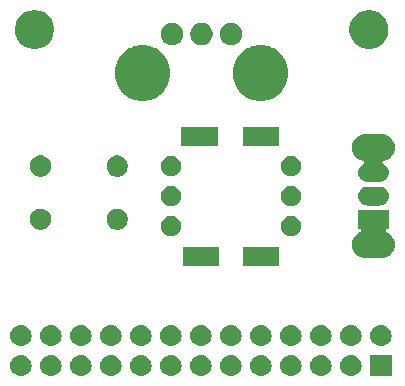
<source format=gbr>
G04 #@! TF.GenerationSoftware,KiCad,Pcbnew,(5.1.4)-1*
G04 #@! TF.CreationDate,2019-12-12T19:52:35+09:00*
G04 #@! TF.ProjectId,microcar_head,6d696372-6f63-4617-925f-686561642e6b,rev?*
G04 #@! TF.SameCoordinates,Original*
G04 #@! TF.FileFunction,Soldermask,Top*
G04 #@! TF.FilePolarity,Negative*
%FSLAX46Y46*%
G04 Gerber Fmt 4.6, Leading zero omitted, Abs format (unit mm)*
G04 Created by KiCad (PCBNEW (5.1.4)-1) date 2019-12-12 19:52:35*
%MOMM*%
%LPD*%
G04 APERTURE LIST*
%ADD10C,0.100000*%
G04 APERTURE END LIST*
D10*
G36*
X52336000Y-53352000D02*
G01*
X50534000Y-53352000D01*
X50534000Y-51550000D01*
X52336000Y-51550000D01*
X52336000Y-53352000D01*
X52336000Y-53352000D01*
G37*
G36*
X49005443Y-51556519D02*
G01*
X49071627Y-51563037D01*
X49241466Y-51614557D01*
X49397991Y-51698222D01*
X49433729Y-51727552D01*
X49535186Y-51810814D01*
X49618448Y-51912271D01*
X49647778Y-51948009D01*
X49731443Y-52104534D01*
X49782963Y-52274373D01*
X49800359Y-52451000D01*
X49782963Y-52627627D01*
X49731443Y-52797466D01*
X49647778Y-52953991D01*
X49618448Y-52989729D01*
X49535186Y-53091186D01*
X49433729Y-53174448D01*
X49397991Y-53203778D01*
X49241466Y-53287443D01*
X49071627Y-53338963D01*
X49005443Y-53345481D01*
X48939260Y-53352000D01*
X48850740Y-53352000D01*
X48784557Y-53345481D01*
X48718373Y-53338963D01*
X48548534Y-53287443D01*
X48392009Y-53203778D01*
X48356271Y-53174448D01*
X48254814Y-53091186D01*
X48171552Y-52989729D01*
X48142222Y-52953991D01*
X48058557Y-52797466D01*
X48007037Y-52627627D01*
X47989641Y-52451000D01*
X48007037Y-52274373D01*
X48058557Y-52104534D01*
X48142222Y-51948009D01*
X48171552Y-51912271D01*
X48254814Y-51810814D01*
X48356271Y-51727552D01*
X48392009Y-51698222D01*
X48548534Y-51614557D01*
X48718373Y-51563037D01*
X48784558Y-51556518D01*
X48850740Y-51550000D01*
X48939260Y-51550000D01*
X49005443Y-51556519D01*
X49005443Y-51556519D01*
G37*
G36*
X21065443Y-51556519D02*
G01*
X21131627Y-51563037D01*
X21301466Y-51614557D01*
X21457991Y-51698222D01*
X21493729Y-51727552D01*
X21595186Y-51810814D01*
X21678448Y-51912271D01*
X21707778Y-51948009D01*
X21791443Y-52104534D01*
X21842963Y-52274373D01*
X21860359Y-52451000D01*
X21842963Y-52627627D01*
X21791443Y-52797466D01*
X21707778Y-52953991D01*
X21678448Y-52989729D01*
X21595186Y-53091186D01*
X21493729Y-53174448D01*
X21457991Y-53203778D01*
X21301466Y-53287443D01*
X21131627Y-53338963D01*
X21065443Y-53345481D01*
X20999260Y-53352000D01*
X20910740Y-53352000D01*
X20844557Y-53345481D01*
X20778373Y-53338963D01*
X20608534Y-53287443D01*
X20452009Y-53203778D01*
X20416271Y-53174448D01*
X20314814Y-53091186D01*
X20231552Y-52989729D01*
X20202222Y-52953991D01*
X20118557Y-52797466D01*
X20067037Y-52627627D01*
X20049641Y-52451000D01*
X20067037Y-52274373D01*
X20118557Y-52104534D01*
X20202222Y-51948009D01*
X20231552Y-51912271D01*
X20314814Y-51810814D01*
X20416271Y-51727552D01*
X20452009Y-51698222D01*
X20608534Y-51614557D01*
X20778373Y-51563037D01*
X20844558Y-51556518D01*
X20910740Y-51550000D01*
X20999260Y-51550000D01*
X21065443Y-51556519D01*
X21065443Y-51556519D01*
G37*
G36*
X23605443Y-51556519D02*
G01*
X23671627Y-51563037D01*
X23841466Y-51614557D01*
X23997991Y-51698222D01*
X24033729Y-51727552D01*
X24135186Y-51810814D01*
X24218448Y-51912271D01*
X24247778Y-51948009D01*
X24331443Y-52104534D01*
X24382963Y-52274373D01*
X24400359Y-52451000D01*
X24382963Y-52627627D01*
X24331443Y-52797466D01*
X24247778Y-52953991D01*
X24218448Y-52989729D01*
X24135186Y-53091186D01*
X24033729Y-53174448D01*
X23997991Y-53203778D01*
X23841466Y-53287443D01*
X23671627Y-53338963D01*
X23605443Y-53345481D01*
X23539260Y-53352000D01*
X23450740Y-53352000D01*
X23384557Y-53345481D01*
X23318373Y-53338963D01*
X23148534Y-53287443D01*
X22992009Y-53203778D01*
X22956271Y-53174448D01*
X22854814Y-53091186D01*
X22771552Y-52989729D01*
X22742222Y-52953991D01*
X22658557Y-52797466D01*
X22607037Y-52627627D01*
X22589641Y-52451000D01*
X22607037Y-52274373D01*
X22658557Y-52104534D01*
X22742222Y-51948009D01*
X22771552Y-51912271D01*
X22854814Y-51810814D01*
X22956271Y-51727552D01*
X22992009Y-51698222D01*
X23148534Y-51614557D01*
X23318373Y-51563037D01*
X23384558Y-51556518D01*
X23450740Y-51550000D01*
X23539260Y-51550000D01*
X23605443Y-51556519D01*
X23605443Y-51556519D01*
G37*
G36*
X26145443Y-51556519D02*
G01*
X26211627Y-51563037D01*
X26381466Y-51614557D01*
X26537991Y-51698222D01*
X26573729Y-51727552D01*
X26675186Y-51810814D01*
X26758448Y-51912271D01*
X26787778Y-51948009D01*
X26871443Y-52104534D01*
X26922963Y-52274373D01*
X26940359Y-52451000D01*
X26922963Y-52627627D01*
X26871443Y-52797466D01*
X26787778Y-52953991D01*
X26758448Y-52989729D01*
X26675186Y-53091186D01*
X26573729Y-53174448D01*
X26537991Y-53203778D01*
X26381466Y-53287443D01*
X26211627Y-53338963D01*
X26145443Y-53345481D01*
X26079260Y-53352000D01*
X25990740Y-53352000D01*
X25924557Y-53345481D01*
X25858373Y-53338963D01*
X25688534Y-53287443D01*
X25532009Y-53203778D01*
X25496271Y-53174448D01*
X25394814Y-53091186D01*
X25311552Y-52989729D01*
X25282222Y-52953991D01*
X25198557Y-52797466D01*
X25147037Y-52627627D01*
X25129641Y-52451000D01*
X25147037Y-52274373D01*
X25198557Y-52104534D01*
X25282222Y-51948009D01*
X25311552Y-51912271D01*
X25394814Y-51810814D01*
X25496271Y-51727552D01*
X25532009Y-51698222D01*
X25688534Y-51614557D01*
X25858373Y-51563037D01*
X25924558Y-51556518D01*
X25990740Y-51550000D01*
X26079260Y-51550000D01*
X26145443Y-51556519D01*
X26145443Y-51556519D01*
G37*
G36*
X28685443Y-51556519D02*
G01*
X28751627Y-51563037D01*
X28921466Y-51614557D01*
X29077991Y-51698222D01*
X29113729Y-51727552D01*
X29215186Y-51810814D01*
X29298448Y-51912271D01*
X29327778Y-51948009D01*
X29411443Y-52104534D01*
X29462963Y-52274373D01*
X29480359Y-52451000D01*
X29462963Y-52627627D01*
X29411443Y-52797466D01*
X29327778Y-52953991D01*
X29298448Y-52989729D01*
X29215186Y-53091186D01*
X29113729Y-53174448D01*
X29077991Y-53203778D01*
X28921466Y-53287443D01*
X28751627Y-53338963D01*
X28685443Y-53345481D01*
X28619260Y-53352000D01*
X28530740Y-53352000D01*
X28464557Y-53345481D01*
X28398373Y-53338963D01*
X28228534Y-53287443D01*
X28072009Y-53203778D01*
X28036271Y-53174448D01*
X27934814Y-53091186D01*
X27851552Y-52989729D01*
X27822222Y-52953991D01*
X27738557Y-52797466D01*
X27687037Y-52627627D01*
X27669641Y-52451000D01*
X27687037Y-52274373D01*
X27738557Y-52104534D01*
X27822222Y-51948009D01*
X27851552Y-51912271D01*
X27934814Y-51810814D01*
X28036271Y-51727552D01*
X28072009Y-51698222D01*
X28228534Y-51614557D01*
X28398373Y-51563037D01*
X28464558Y-51556518D01*
X28530740Y-51550000D01*
X28619260Y-51550000D01*
X28685443Y-51556519D01*
X28685443Y-51556519D01*
G37*
G36*
X31225443Y-51556519D02*
G01*
X31291627Y-51563037D01*
X31461466Y-51614557D01*
X31617991Y-51698222D01*
X31653729Y-51727552D01*
X31755186Y-51810814D01*
X31838448Y-51912271D01*
X31867778Y-51948009D01*
X31951443Y-52104534D01*
X32002963Y-52274373D01*
X32020359Y-52451000D01*
X32002963Y-52627627D01*
X31951443Y-52797466D01*
X31867778Y-52953991D01*
X31838448Y-52989729D01*
X31755186Y-53091186D01*
X31653729Y-53174448D01*
X31617991Y-53203778D01*
X31461466Y-53287443D01*
X31291627Y-53338963D01*
X31225443Y-53345481D01*
X31159260Y-53352000D01*
X31070740Y-53352000D01*
X31004557Y-53345481D01*
X30938373Y-53338963D01*
X30768534Y-53287443D01*
X30612009Y-53203778D01*
X30576271Y-53174448D01*
X30474814Y-53091186D01*
X30391552Y-52989729D01*
X30362222Y-52953991D01*
X30278557Y-52797466D01*
X30227037Y-52627627D01*
X30209641Y-52451000D01*
X30227037Y-52274373D01*
X30278557Y-52104534D01*
X30362222Y-51948009D01*
X30391552Y-51912271D01*
X30474814Y-51810814D01*
X30576271Y-51727552D01*
X30612009Y-51698222D01*
X30768534Y-51614557D01*
X30938373Y-51563037D01*
X31004558Y-51556518D01*
X31070740Y-51550000D01*
X31159260Y-51550000D01*
X31225443Y-51556519D01*
X31225443Y-51556519D01*
G37*
G36*
X33765443Y-51556519D02*
G01*
X33831627Y-51563037D01*
X34001466Y-51614557D01*
X34157991Y-51698222D01*
X34193729Y-51727552D01*
X34295186Y-51810814D01*
X34378448Y-51912271D01*
X34407778Y-51948009D01*
X34491443Y-52104534D01*
X34542963Y-52274373D01*
X34560359Y-52451000D01*
X34542963Y-52627627D01*
X34491443Y-52797466D01*
X34407778Y-52953991D01*
X34378448Y-52989729D01*
X34295186Y-53091186D01*
X34193729Y-53174448D01*
X34157991Y-53203778D01*
X34001466Y-53287443D01*
X33831627Y-53338963D01*
X33765443Y-53345481D01*
X33699260Y-53352000D01*
X33610740Y-53352000D01*
X33544557Y-53345481D01*
X33478373Y-53338963D01*
X33308534Y-53287443D01*
X33152009Y-53203778D01*
X33116271Y-53174448D01*
X33014814Y-53091186D01*
X32931552Y-52989729D01*
X32902222Y-52953991D01*
X32818557Y-52797466D01*
X32767037Y-52627627D01*
X32749641Y-52451000D01*
X32767037Y-52274373D01*
X32818557Y-52104534D01*
X32902222Y-51948009D01*
X32931552Y-51912271D01*
X33014814Y-51810814D01*
X33116271Y-51727552D01*
X33152009Y-51698222D01*
X33308534Y-51614557D01*
X33478373Y-51563037D01*
X33544558Y-51556518D01*
X33610740Y-51550000D01*
X33699260Y-51550000D01*
X33765443Y-51556519D01*
X33765443Y-51556519D01*
G37*
G36*
X36305443Y-51556519D02*
G01*
X36371627Y-51563037D01*
X36541466Y-51614557D01*
X36697991Y-51698222D01*
X36733729Y-51727552D01*
X36835186Y-51810814D01*
X36918448Y-51912271D01*
X36947778Y-51948009D01*
X37031443Y-52104534D01*
X37082963Y-52274373D01*
X37100359Y-52451000D01*
X37082963Y-52627627D01*
X37031443Y-52797466D01*
X36947778Y-52953991D01*
X36918448Y-52989729D01*
X36835186Y-53091186D01*
X36733729Y-53174448D01*
X36697991Y-53203778D01*
X36541466Y-53287443D01*
X36371627Y-53338963D01*
X36305443Y-53345481D01*
X36239260Y-53352000D01*
X36150740Y-53352000D01*
X36084557Y-53345481D01*
X36018373Y-53338963D01*
X35848534Y-53287443D01*
X35692009Y-53203778D01*
X35656271Y-53174448D01*
X35554814Y-53091186D01*
X35471552Y-52989729D01*
X35442222Y-52953991D01*
X35358557Y-52797466D01*
X35307037Y-52627627D01*
X35289641Y-52451000D01*
X35307037Y-52274373D01*
X35358557Y-52104534D01*
X35442222Y-51948009D01*
X35471552Y-51912271D01*
X35554814Y-51810814D01*
X35656271Y-51727552D01*
X35692009Y-51698222D01*
X35848534Y-51614557D01*
X36018373Y-51563037D01*
X36084558Y-51556518D01*
X36150740Y-51550000D01*
X36239260Y-51550000D01*
X36305443Y-51556519D01*
X36305443Y-51556519D01*
G37*
G36*
X38845443Y-51556519D02*
G01*
X38911627Y-51563037D01*
X39081466Y-51614557D01*
X39237991Y-51698222D01*
X39273729Y-51727552D01*
X39375186Y-51810814D01*
X39458448Y-51912271D01*
X39487778Y-51948009D01*
X39571443Y-52104534D01*
X39622963Y-52274373D01*
X39640359Y-52451000D01*
X39622963Y-52627627D01*
X39571443Y-52797466D01*
X39487778Y-52953991D01*
X39458448Y-52989729D01*
X39375186Y-53091186D01*
X39273729Y-53174448D01*
X39237991Y-53203778D01*
X39081466Y-53287443D01*
X38911627Y-53338963D01*
X38845443Y-53345481D01*
X38779260Y-53352000D01*
X38690740Y-53352000D01*
X38624557Y-53345481D01*
X38558373Y-53338963D01*
X38388534Y-53287443D01*
X38232009Y-53203778D01*
X38196271Y-53174448D01*
X38094814Y-53091186D01*
X38011552Y-52989729D01*
X37982222Y-52953991D01*
X37898557Y-52797466D01*
X37847037Y-52627627D01*
X37829641Y-52451000D01*
X37847037Y-52274373D01*
X37898557Y-52104534D01*
X37982222Y-51948009D01*
X38011552Y-51912271D01*
X38094814Y-51810814D01*
X38196271Y-51727552D01*
X38232009Y-51698222D01*
X38388534Y-51614557D01*
X38558373Y-51563037D01*
X38624558Y-51556518D01*
X38690740Y-51550000D01*
X38779260Y-51550000D01*
X38845443Y-51556519D01*
X38845443Y-51556519D01*
G37*
G36*
X41385443Y-51556519D02*
G01*
X41451627Y-51563037D01*
X41621466Y-51614557D01*
X41777991Y-51698222D01*
X41813729Y-51727552D01*
X41915186Y-51810814D01*
X41998448Y-51912271D01*
X42027778Y-51948009D01*
X42111443Y-52104534D01*
X42162963Y-52274373D01*
X42180359Y-52451000D01*
X42162963Y-52627627D01*
X42111443Y-52797466D01*
X42027778Y-52953991D01*
X41998448Y-52989729D01*
X41915186Y-53091186D01*
X41813729Y-53174448D01*
X41777991Y-53203778D01*
X41621466Y-53287443D01*
X41451627Y-53338963D01*
X41385443Y-53345481D01*
X41319260Y-53352000D01*
X41230740Y-53352000D01*
X41164557Y-53345481D01*
X41098373Y-53338963D01*
X40928534Y-53287443D01*
X40772009Y-53203778D01*
X40736271Y-53174448D01*
X40634814Y-53091186D01*
X40551552Y-52989729D01*
X40522222Y-52953991D01*
X40438557Y-52797466D01*
X40387037Y-52627627D01*
X40369641Y-52451000D01*
X40387037Y-52274373D01*
X40438557Y-52104534D01*
X40522222Y-51948009D01*
X40551552Y-51912271D01*
X40634814Y-51810814D01*
X40736271Y-51727552D01*
X40772009Y-51698222D01*
X40928534Y-51614557D01*
X41098373Y-51563037D01*
X41164558Y-51556518D01*
X41230740Y-51550000D01*
X41319260Y-51550000D01*
X41385443Y-51556519D01*
X41385443Y-51556519D01*
G37*
G36*
X43925443Y-51556519D02*
G01*
X43991627Y-51563037D01*
X44161466Y-51614557D01*
X44317991Y-51698222D01*
X44353729Y-51727552D01*
X44455186Y-51810814D01*
X44538448Y-51912271D01*
X44567778Y-51948009D01*
X44651443Y-52104534D01*
X44702963Y-52274373D01*
X44720359Y-52451000D01*
X44702963Y-52627627D01*
X44651443Y-52797466D01*
X44567778Y-52953991D01*
X44538448Y-52989729D01*
X44455186Y-53091186D01*
X44353729Y-53174448D01*
X44317991Y-53203778D01*
X44161466Y-53287443D01*
X43991627Y-53338963D01*
X43925443Y-53345481D01*
X43859260Y-53352000D01*
X43770740Y-53352000D01*
X43704557Y-53345481D01*
X43638373Y-53338963D01*
X43468534Y-53287443D01*
X43312009Y-53203778D01*
X43276271Y-53174448D01*
X43174814Y-53091186D01*
X43091552Y-52989729D01*
X43062222Y-52953991D01*
X42978557Y-52797466D01*
X42927037Y-52627627D01*
X42909641Y-52451000D01*
X42927037Y-52274373D01*
X42978557Y-52104534D01*
X43062222Y-51948009D01*
X43091552Y-51912271D01*
X43174814Y-51810814D01*
X43276271Y-51727552D01*
X43312009Y-51698222D01*
X43468534Y-51614557D01*
X43638373Y-51563037D01*
X43704558Y-51556518D01*
X43770740Y-51550000D01*
X43859260Y-51550000D01*
X43925443Y-51556519D01*
X43925443Y-51556519D01*
G37*
G36*
X46465443Y-51556519D02*
G01*
X46531627Y-51563037D01*
X46701466Y-51614557D01*
X46857991Y-51698222D01*
X46893729Y-51727552D01*
X46995186Y-51810814D01*
X47078448Y-51912271D01*
X47107778Y-51948009D01*
X47191443Y-52104534D01*
X47242963Y-52274373D01*
X47260359Y-52451000D01*
X47242963Y-52627627D01*
X47191443Y-52797466D01*
X47107778Y-52953991D01*
X47078448Y-52989729D01*
X46995186Y-53091186D01*
X46893729Y-53174448D01*
X46857991Y-53203778D01*
X46701466Y-53287443D01*
X46531627Y-53338963D01*
X46465443Y-53345481D01*
X46399260Y-53352000D01*
X46310740Y-53352000D01*
X46244557Y-53345481D01*
X46178373Y-53338963D01*
X46008534Y-53287443D01*
X45852009Y-53203778D01*
X45816271Y-53174448D01*
X45714814Y-53091186D01*
X45631552Y-52989729D01*
X45602222Y-52953991D01*
X45518557Y-52797466D01*
X45467037Y-52627627D01*
X45449641Y-52451000D01*
X45467037Y-52274373D01*
X45518557Y-52104534D01*
X45602222Y-51948009D01*
X45631552Y-51912271D01*
X45714814Y-51810814D01*
X45816271Y-51727552D01*
X45852009Y-51698222D01*
X46008534Y-51614557D01*
X46178373Y-51563037D01*
X46244558Y-51556518D01*
X46310740Y-51550000D01*
X46399260Y-51550000D01*
X46465443Y-51556519D01*
X46465443Y-51556519D01*
G37*
G36*
X41385443Y-49016519D02*
G01*
X41451627Y-49023037D01*
X41621466Y-49074557D01*
X41777991Y-49158222D01*
X41813729Y-49187552D01*
X41915186Y-49270814D01*
X41998448Y-49372271D01*
X42027778Y-49408009D01*
X42111443Y-49564534D01*
X42162963Y-49734373D01*
X42180359Y-49911000D01*
X42162963Y-50087627D01*
X42111443Y-50257466D01*
X42027778Y-50413991D01*
X41998448Y-50449729D01*
X41915186Y-50551186D01*
X41813729Y-50634448D01*
X41777991Y-50663778D01*
X41621466Y-50747443D01*
X41451627Y-50798963D01*
X41385442Y-50805482D01*
X41319260Y-50812000D01*
X41230740Y-50812000D01*
X41164558Y-50805482D01*
X41098373Y-50798963D01*
X40928534Y-50747443D01*
X40772009Y-50663778D01*
X40736271Y-50634448D01*
X40634814Y-50551186D01*
X40551552Y-50449729D01*
X40522222Y-50413991D01*
X40438557Y-50257466D01*
X40387037Y-50087627D01*
X40369641Y-49911000D01*
X40387037Y-49734373D01*
X40438557Y-49564534D01*
X40522222Y-49408009D01*
X40551552Y-49372271D01*
X40634814Y-49270814D01*
X40736271Y-49187552D01*
X40772009Y-49158222D01*
X40928534Y-49074557D01*
X41098373Y-49023037D01*
X41164558Y-49016518D01*
X41230740Y-49010000D01*
X41319260Y-49010000D01*
X41385443Y-49016519D01*
X41385443Y-49016519D01*
G37*
G36*
X38845443Y-49016519D02*
G01*
X38911627Y-49023037D01*
X39081466Y-49074557D01*
X39237991Y-49158222D01*
X39273729Y-49187552D01*
X39375186Y-49270814D01*
X39458448Y-49372271D01*
X39487778Y-49408009D01*
X39571443Y-49564534D01*
X39622963Y-49734373D01*
X39640359Y-49911000D01*
X39622963Y-50087627D01*
X39571443Y-50257466D01*
X39487778Y-50413991D01*
X39458448Y-50449729D01*
X39375186Y-50551186D01*
X39273729Y-50634448D01*
X39237991Y-50663778D01*
X39081466Y-50747443D01*
X38911627Y-50798963D01*
X38845442Y-50805482D01*
X38779260Y-50812000D01*
X38690740Y-50812000D01*
X38624558Y-50805482D01*
X38558373Y-50798963D01*
X38388534Y-50747443D01*
X38232009Y-50663778D01*
X38196271Y-50634448D01*
X38094814Y-50551186D01*
X38011552Y-50449729D01*
X37982222Y-50413991D01*
X37898557Y-50257466D01*
X37847037Y-50087627D01*
X37829641Y-49911000D01*
X37847037Y-49734373D01*
X37898557Y-49564534D01*
X37982222Y-49408009D01*
X38011552Y-49372271D01*
X38094814Y-49270814D01*
X38196271Y-49187552D01*
X38232009Y-49158222D01*
X38388534Y-49074557D01*
X38558373Y-49023037D01*
X38624557Y-49016519D01*
X38690740Y-49010000D01*
X38779260Y-49010000D01*
X38845443Y-49016519D01*
X38845443Y-49016519D01*
G37*
G36*
X36305443Y-49016519D02*
G01*
X36371627Y-49023037D01*
X36541466Y-49074557D01*
X36697991Y-49158222D01*
X36733729Y-49187552D01*
X36835186Y-49270814D01*
X36918448Y-49372271D01*
X36947778Y-49408009D01*
X37031443Y-49564534D01*
X37082963Y-49734373D01*
X37100359Y-49911000D01*
X37082963Y-50087627D01*
X37031443Y-50257466D01*
X36947778Y-50413991D01*
X36918448Y-50449729D01*
X36835186Y-50551186D01*
X36733729Y-50634448D01*
X36697991Y-50663778D01*
X36541466Y-50747443D01*
X36371627Y-50798963D01*
X36305442Y-50805482D01*
X36239260Y-50812000D01*
X36150740Y-50812000D01*
X36084558Y-50805482D01*
X36018373Y-50798963D01*
X35848534Y-50747443D01*
X35692009Y-50663778D01*
X35656271Y-50634448D01*
X35554814Y-50551186D01*
X35471552Y-50449729D01*
X35442222Y-50413991D01*
X35358557Y-50257466D01*
X35307037Y-50087627D01*
X35289641Y-49911000D01*
X35307037Y-49734373D01*
X35358557Y-49564534D01*
X35442222Y-49408009D01*
X35471552Y-49372271D01*
X35554814Y-49270814D01*
X35656271Y-49187552D01*
X35692009Y-49158222D01*
X35848534Y-49074557D01*
X36018373Y-49023037D01*
X36084557Y-49016519D01*
X36150740Y-49010000D01*
X36239260Y-49010000D01*
X36305443Y-49016519D01*
X36305443Y-49016519D01*
G37*
G36*
X33765443Y-49016519D02*
G01*
X33831627Y-49023037D01*
X34001466Y-49074557D01*
X34157991Y-49158222D01*
X34193729Y-49187552D01*
X34295186Y-49270814D01*
X34378448Y-49372271D01*
X34407778Y-49408009D01*
X34491443Y-49564534D01*
X34542963Y-49734373D01*
X34560359Y-49911000D01*
X34542963Y-50087627D01*
X34491443Y-50257466D01*
X34407778Y-50413991D01*
X34378448Y-50449729D01*
X34295186Y-50551186D01*
X34193729Y-50634448D01*
X34157991Y-50663778D01*
X34001466Y-50747443D01*
X33831627Y-50798963D01*
X33765442Y-50805482D01*
X33699260Y-50812000D01*
X33610740Y-50812000D01*
X33544558Y-50805482D01*
X33478373Y-50798963D01*
X33308534Y-50747443D01*
X33152009Y-50663778D01*
X33116271Y-50634448D01*
X33014814Y-50551186D01*
X32931552Y-50449729D01*
X32902222Y-50413991D01*
X32818557Y-50257466D01*
X32767037Y-50087627D01*
X32749641Y-49911000D01*
X32767037Y-49734373D01*
X32818557Y-49564534D01*
X32902222Y-49408009D01*
X32931552Y-49372271D01*
X33014814Y-49270814D01*
X33116271Y-49187552D01*
X33152009Y-49158222D01*
X33308534Y-49074557D01*
X33478373Y-49023037D01*
X33544557Y-49016519D01*
X33610740Y-49010000D01*
X33699260Y-49010000D01*
X33765443Y-49016519D01*
X33765443Y-49016519D01*
G37*
G36*
X49005443Y-49016519D02*
G01*
X49071627Y-49023037D01*
X49241466Y-49074557D01*
X49397991Y-49158222D01*
X49433729Y-49187552D01*
X49535186Y-49270814D01*
X49618448Y-49372271D01*
X49647778Y-49408009D01*
X49731443Y-49564534D01*
X49782963Y-49734373D01*
X49800359Y-49911000D01*
X49782963Y-50087627D01*
X49731443Y-50257466D01*
X49647778Y-50413991D01*
X49618448Y-50449729D01*
X49535186Y-50551186D01*
X49433729Y-50634448D01*
X49397991Y-50663778D01*
X49241466Y-50747443D01*
X49071627Y-50798963D01*
X49005442Y-50805482D01*
X48939260Y-50812000D01*
X48850740Y-50812000D01*
X48784558Y-50805482D01*
X48718373Y-50798963D01*
X48548534Y-50747443D01*
X48392009Y-50663778D01*
X48356271Y-50634448D01*
X48254814Y-50551186D01*
X48171552Y-50449729D01*
X48142222Y-50413991D01*
X48058557Y-50257466D01*
X48007037Y-50087627D01*
X47989641Y-49911000D01*
X48007037Y-49734373D01*
X48058557Y-49564534D01*
X48142222Y-49408009D01*
X48171552Y-49372271D01*
X48254814Y-49270814D01*
X48356271Y-49187552D01*
X48392009Y-49158222D01*
X48548534Y-49074557D01*
X48718373Y-49023037D01*
X48784558Y-49016518D01*
X48850740Y-49010000D01*
X48939260Y-49010000D01*
X49005443Y-49016519D01*
X49005443Y-49016519D01*
G37*
G36*
X43925443Y-49016519D02*
G01*
X43991627Y-49023037D01*
X44161466Y-49074557D01*
X44317991Y-49158222D01*
X44353729Y-49187552D01*
X44455186Y-49270814D01*
X44538448Y-49372271D01*
X44567778Y-49408009D01*
X44651443Y-49564534D01*
X44702963Y-49734373D01*
X44720359Y-49911000D01*
X44702963Y-50087627D01*
X44651443Y-50257466D01*
X44567778Y-50413991D01*
X44538448Y-50449729D01*
X44455186Y-50551186D01*
X44353729Y-50634448D01*
X44317991Y-50663778D01*
X44161466Y-50747443D01*
X43991627Y-50798963D01*
X43925442Y-50805482D01*
X43859260Y-50812000D01*
X43770740Y-50812000D01*
X43704558Y-50805482D01*
X43638373Y-50798963D01*
X43468534Y-50747443D01*
X43312009Y-50663778D01*
X43276271Y-50634448D01*
X43174814Y-50551186D01*
X43091552Y-50449729D01*
X43062222Y-50413991D01*
X42978557Y-50257466D01*
X42927037Y-50087627D01*
X42909641Y-49911000D01*
X42927037Y-49734373D01*
X42978557Y-49564534D01*
X43062222Y-49408009D01*
X43091552Y-49372271D01*
X43174814Y-49270814D01*
X43276271Y-49187552D01*
X43312009Y-49158222D01*
X43468534Y-49074557D01*
X43638373Y-49023037D01*
X43704558Y-49016518D01*
X43770740Y-49010000D01*
X43859260Y-49010000D01*
X43925443Y-49016519D01*
X43925443Y-49016519D01*
G37*
G36*
X26145443Y-49016519D02*
G01*
X26211627Y-49023037D01*
X26381466Y-49074557D01*
X26537991Y-49158222D01*
X26573729Y-49187552D01*
X26675186Y-49270814D01*
X26758448Y-49372271D01*
X26787778Y-49408009D01*
X26871443Y-49564534D01*
X26922963Y-49734373D01*
X26940359Y-49911000D01*
X26922963Y-50087627D01*
X26871443Y-50257466D01*
X26787778Y-50413991D01*
X26758448Y-50449729D01*
X26675186Y-50551186D01*
X26573729Y-50634448D01*
X26537991Y-50663778D01*
X26381466Y-50747443D01*
X26211627Y-50798963D01*
X26145442Y-50805482D01*
X26079260Y-50812000D01*
X25990740Y-50812000D01*
X25924558Y-50805482D01*
X25858373Y-50798963D01*
X25688534Y-50747443D01*
X25532009Y-50663778D01*
X25496271Y-50634448D01*
X25394814Y-50551186D01*
X25311552Y-50449729D01*
X25282222Y-50413991D01*
X25198557Y-50257466D01*
X25147037Y-50087627D01*
X25129641Y-49911000D01*
X25147037Y-49734373D01*
X25198557Y-49564534D01*
X25282222Y-49408009D01*
X25311552Y-49372271D01*
X25394814Y-49270814D01*
X25496271Y-49187552D01*
X25532009Y-49158222D01*
X25688534Y-49074557D01*
X25858373Y-49023037D01*
X25924557Y-49016519D01*
X25990740Y-49010000D01*
X26079260Y-49010000D01*
X26145443Y-49016519D01*
X26145443Y-49016519D01*
G37*
G36*
X46465443Y-49016519D02*
G01*
X46531627Y-49023037D01*
X46701466Y-49074557D01*
X46857991Y-49158222D01*
X46893729Y-49187552D01*
X46995186Y-49270814D01*
X47078448Y-49372271D01*
X47107778Y-49408009D01*
X47191443Y-49564534D01*
X47242963Y-49734373D01*
X47260359Y-49911000D01*
X47242963Y-50087627D01*
X47191443Y-50257466D01*
X47107778Y-50413991D01*
X47078448Y-50449729D01*
X46995186Y-50551186D01*
X46893729Y-50634448D01*
X46857991Y-50663778D01*
X46701466Y-50747443D01*
X46531627Y-50798963D01*
X46465442Y-50805482D01*
X46399260Y-50812000D01*
X46310740Y-50812000D01*
X46244558Y-50805482D01*
X46178373Y-50798963D01*
X46008534Y-50747443D01*
X45852009Y-50663778D01*
X45816271Y-50634448D01*
X45714814Y-50551186D01*
X45631552Y-50449729D01*
X45602222Y-50413991D01*
X45518557Y-50257466D01*
X45467037Y-50087627D01*
X45449641Y-49911000D01*
X45467037Y-49734373D01*
X45518557Y-49564534D01*
X45602222Y-49408009D01*
X45631552Y-49372271D01*
X45714814Y-49270814D01*
X45816271Y-49187552D01*
X45852009Y-49158222D01*
X46008534Y-49074557D01*
X46178373Y-49023037D01*
X46244558Y-49016518D01*
X46310740Y-49010000D01*
X46399260Y-49010000D01*
X46465443Y-49016519D01*
X46465443Y-49016519D01*
G37*
G36*
X23605443Y-49016519D02*
G01*
X23671627Y-49023037D01*
X23841466Y-49074557D01*
X23997991Y-49158222D01*
X24033729Y-49187552D01*
X24135186Y-49270814D01*
X24218448Y-49372271D01*
X24247778Y-49408009D01*
X24331443Y-49564534D01*
X24382963Y-49734373D01*
X24400359Y-49911000D01*
X24382963Y-50087627D01*
X24331443Y-50257466D01*
X24247778Y-50413991D01*
X24218448Y-50449729D01*
X24135186Y-50551186D01*
X24033729Y-50634448D01*
X23997991Y-50663778D01*
X23841466Y-50747443D01*
X23671627Y-50798963D01*
X23605442Y-50805482D01*
X23539260Y-50812000D01*
X23450740Y-50812000D01*
X23384558Y-50805482D01*
X23318373Y-50798963D01*
X23148534Y-50747443D01*
X22992009Y-50663778D01*
X22956271Y-50634448D01*
X22854814Y-50551186D01*
X22771552Y-50449729D01*
X22742222Y-50413991D01*
X22658557Y-50257466D01*
X22607037Y-50087627D01*
X22589641Y-49911000D01*
X22607037Y-49734373D01*
X22658557Y-49564534D01*
X22742222Y-49408009D01*
X22771552Y-49372271D01*
X22854814Y-49270814D01*
X22956271Y-49187552D01*
X22992009Y-49158222D01*
X23148534Y-49074557D01*
X23318373Y-49023037D01*
X23384557Y-49016519D01*
X23450740Y-49010000D01*
X23539260Y-49010000D01*
X23605443Y-49016519D01*
X23605443Y-49016519D01*
G37*
G36*
X51545443Y-49016519D02*
G01*
X51611627Y-49023037D01*
X51781466Y-49074557D01*
X51937991Y-49158222D01*
X51973729Y-49187552D01*
X52075186Y-49270814D01*
X52158448Y-49372271D01*
X52187778Y-49408009D01*
X52271443Y-49564534D01*
X52322963Y-49734373D01*
X52340359Y-49911000D01*
X52322963Y-50087627D01*
X52271443Y-50257466D01*
X52187778Y-50413991D01*
X52158448Y-50449729D01*
X52075186Y-50551186D01*
X51973729Y-50634448D01*
X51937991Y-50663778D01*
X51781466Y-50747443D01*
X51611627Y-50798963D01*
X51545442Y-50805482D01*
X51479260Y-50812000D01*
X51390740Y-50812000D01*
X51324558Y-50805482D01*
X51258373Y-50798963D01*
X51088534Y-50747443D01*
X50932009Y-50663778D01*
X50896271Y-50634448D01*
X50794814Y-50551186D01*
X50711552Y-50449729D01*
X50682222Y-50413991D01*
X50598557Y-50257466D01*
X50547037Y-50087627D01*
X50529641Y-49911000D01*
X50547037Y-49734373D01*
X50598557Y-49564534D01*
X50682222Y-49408009D01*
X50711552Y-49372271D01*
X50794814Y-49270814D01*
X50896271Y-49187552D01*
X50932009Y-49158222D01*
X51088534Y-49074557D01*
X51258373Y-49023037D01*
X51324558Y-49016518D01*
X51390740Y-49010000D01*
X51479260Y-49010000D01*
X51545443Y-49016519D01*
X51545443Y-49016519D01*
G37*
G36*
X21065443Y-49016519D02*
G01*
X21131627Y-49023037D01*
X21301466Y-49074557D01*
X21457991Y-49158222D01*
X21493729Y-49187552D01*
X21595186Y-49270814D01*
X21678448Y-49372271D01*
X21707778Y-49408009D01*
X21791443Y-49564534D01*
X21842963Y-49734373D01*
X21860359Y-49911000D01*
X21842963Y-50087627D01*
X21791443Y-50257466D01*
X21707778Y-50413991D01*
X21678448Y-50449729D01*
X21595186Y-50551186D01*
X21493729Y-50634448D01*
X21457991Y-50663778D01*
X21301466Y-50747443D01*
X21131627Y-50798963D01*
X21065442Y-50805482D01*
X20999260Y-50812000D01*
X20910740Y-50812000D01*
X20844558Y-50805482D01*
X20778373Y-50798963D01*
X20608534Y-50747443D01*
X20452009Y-50663778D01*
X20416271Y-50634448D01*
X20314814Y-50551186D01*
X20231552Y-50449729D01*
X20202222Y-50413991D01*
X20118557Y-50257466D01*
X20067037Y-50087627D01*
X20049641Y-49911000D01*
X20067037Y-49734373D01*
X20118557Y-49564534D01*
X20202222Y-49408009D01*
X20231552Y-49372271D01*
X20314814Y-49270814D01*
X20416271Y-49187552D01*
X20452009Y-49158222D01*
X20608534Y-49074557D01*
X20778373Y-49023037D01*
X20844557Y-49016519D01*
X20910740Y-49010000D01*
X20999260Y-49010000D01*
X21065443Y-49016519D01*
X21065443Y-49016519D01*
G37*
G36*
X31225443Y-49016519D02*
G01*
X31291627Y-49023037D01*
X31461466Y-49074557D01*
X31617991Y-49158222D01*
X31653729Y-49187552D01*
X31755186Y-49270814D01*
X31838448Y-49372271D01*
X31867778Y-49408009D01*
X31951443Y-49564534D01*
X32002963Y-49734373D01*
X32020359Y-49911000D01*
X32002963Y-50087627D01*
X31951443Y-50257466D01*
X31867778Y-50413991D01*
X31838448Y-50449729D01*
X31755186Y-50551186D01*
X31653729Y-50634448D01*
X31617991Y-50663778D01*
X31461466Y-50747443D01*
X31291627Y-50798963D01*
X31225442Y-50805482D01*
X31159260Y-50812000D01*
X31070740Y-50812000D01*
X31004558Y-50805482D01*
X30938373Y-50798963D01*
X30768534Y-50747443D01*
X30612009Y-50663778D01*
X30576271Y-50634448D01*
X30474814Y-50551186D01*
X30391552Y-50449729D01*
X30362222Y-50413991D01*
X30278557Y-50257466D01*
X30227037Y-50087627D01*
X30209641Y-49911000D01*
X30227037Y-49734373D01*
X30278557Y-49564534D01*
X30362222Y-49408009D01*
X30391552Y-49372271D01*
X30474814Y-49270814D01*
X30576271Y-49187552D01*
X30612009Y-49158222D01*
X30768534Y-49074557D01*
X30938373Y-49023037D01*
X31004557Y-49016519D01*
X31070740Y-49010000D01*
X31159260Y-49010000D01*
X31225443Y-49016519D01*
X31225443Y-49016519D01*
G37*
G36*
X28685443Y-49016519D02*
G01*
X28751627Y-49023037D01*
X28921466Y-49074557D01*
X29077991Y-49158222D01*
X29113729Y-49187552D01*
X29215186Y-49270814D01*
X29298448Y-49372271D01*
X29327778Y-49408009D01*
X29411443Y-49564534D01*
X29462963Y-49734373D01*
X29480359Y-49911000D01*
X29462963Y-50087627D01*
X29411443Y-50257466D01*
X29327778Y-50413991D01*
X29298448Y-50449729D01*
X29215186Y-50551186D01*
X29113729Y-50634448D01*
X29077991Y-50663778D01*
X28921466Y-50747443D01*
X28751627Y-50798963D01*
X28685442Y-50805482D01*
X28619260Y-50812000D01*
X28530740Y-50812000D01*
X28464558Y-50805482D01*
X28398373Y-50798963D01*
X28228534Y-50747443D01*
X28072009Y-50663778D01*
X28036271Y-50634448D01*
X27934814Y-50551186D01*
X27851552Y-50449729D01*
X27822222Y-50413991D01*
X27738557Y-50257466D01*
X27687037Y-50087627D01*
X27669641Y-49911000D01*
X27687037Y-49734373D01*
X27738557Y-49564534D01*
X27822222Y-49408009D01*
X27851552Y-49372271D01*
X27934814Y-49270814D01*
X28036271Y-49187552D01*
X28072009Y-49158222D01*
X28228534Y-49074557D01*
X28398373Y-49023037D01*
X28464557Y-49016519D01*
X28530740Y-49010000D01*
X28619260Y-49010000D01*
X28685443Y-49016519D01*
X28685443Y-49016519D01*
G37*
G36*
X42826000Y-43981000D02*
G01*
X39724000Y-43981000D01*
X39724000Y-42379000D01*
X42826000Y-42379000D01*
X42826000Y-43981000D01*
X42826000Y-43981000D01*
G37*
G36*
X37746000Y-43981000D02*
G01*
X34644000Y-43981000D01*
X34644000Y-42379000D01*
X37746000Y-42379000D01*
X37746000Y-43981000D01*
X37746000Y-43981000D01*
G37*
G36*
X52101000Y-40901000D02*
G01*
X51960445Y-40901000D01*
X51936059Y-40903402D01*
X51912610Y-40910515D01*
X51890999Y-40922066D01*
X51872057Y-40937611D01*
X51856512Y-40956553D01*
X51844961Y-40978164D01*
X51837848Y-41001613D01*
X51835446Y-41025999D01*
X51837848Y-41050385D01*
X51844961Y-41073834D01*
X51856512Y-41095445D01*
X51872057Y-41114387D01*
X51890999Y-41129932D01*
X51901521Y-41136238D01*
X52092555Y-41238347D01*
X52267818Y-41382182D01*
X52411653Y-41557445D01*
X52518529Y-41757398D01*
X52584346Y-41974366D01*
X52606569Y-42200000D01*
X52584346Y-42425634D01*
X52518529Y-42642602D01*
X52411653Y-42842555D01*
X52267818Y-43017818D01*
X52092555Y-43161653D01*
X51892602Y-43268529D01*
X51892600Y-43268530D01*
X51675635Y-43334346D01*
X51619271Y-43339897D01*
X51506545Y-43351000D01*
X50093455Y-43351000D01*
X49980729Y-43339897D01*
X49924365Y-43334346D01*
X49707400Y-43268530D01*
X49707398Y-43268529D01*
X49507445Y-43161653D01*
X49332182Y-43017818D01*
X49188347Y-42842555D01*
X49081471Y-42642602D01*
X49015654Y-42425634D01*
X48993431Y-42200000D01*
X49015654Y-41974366D01*
X49081471Y-41757398D01*
X49188347Y-41557445D01*
X49332182Y-41382182D01*
X49507445Y-41238347D01*
X49698479Y-41136238D01*
X49718853Y-41122625D01*
X49736180Y-41105298D01*
X49749794Y-41084923D01*
X49759172Y-41062285D01*
X49763952Y-41038251D01*
X49763952Y-41013747D01*
X49759172Y-40989714D01*
X49749794Y-40967075D01*
X49736181Y-40946701D01*
X49718854Y-40929374D01*
X49698479Y-40915760D01*
X49675841Y-40906382D01*
X49651807Y-40901602D01*
X49639555Y-40901000D01*
X49499000Y-40901000D01*
X49499000Y-39299000D01*
X52101000Y-39299000D01*
X52101000Y-40901000D01*
X52101000Y-40901000D01*
G37*
G36*
X33903228Y-39821703D02*
G01*
X34058100Y-39885853D01*
X34197481Y-39978985D01*
X34316015Y-40097519D01*
X34409147Y-40236900D01*
X34473297Y-40391772D01*
X34506000Y-40556184D01*
X34506000Y-40723816D01*
X34473297Y-40888228D01*
X34409147Y-41043100D01*
X34316015Y-41182481D01*
X34197481Y-41301015D01*
X34058100Y-41394147D01*
X33903228Y-41458297D01*
X33738816Y-41491000D01*
X33571184Y-41491000D01*
X33406772Y-41458297D01*
X33251900Y-41394147D01*
X33112519Y-41301015D01*
X32993985Y-41182481D01*
X32900853Y-41043100D01*
X32836703Y-40888228D01*
X32804000Y-40723816D01*
X32804000Y-40556184D01*
X32836703Y-40391772D01*
X32900853Y-40236900D01*
X32993985Y-40097519D01*
X33112519Y-39978985D01*
X33251900Y-39885853D01*
X33406772Y-39821703D01*
X33571184Y-39789000D01*
X33738816Y-39789000D01*
X33903228Y-39821703D01*
X33903228Y-39821703D01*
G37*
G36*
X44063228Y-39821703D02*
G01*
X44218100Y-39885853D01*
X44357481Y-39978985D01*
X44476015Y-40097519D01*
X44569147Y-40236900D01*
X44633297Y-40391772D01*
X44666000Y-40556184D01*
X44666000Y-40723816D01*
X44633297Y-40888228D01*
X44569147Y-41043100D01*
X44476015Y-41182481D01*
X44357481Y-41301015D01*
X44218100Y-41394147D01*
X44063228Y-41458297D01*
X43898816Y-41491000D01*
X43731184Y-41491000D01*
X43566772Y-41458297D01*
X43411900Y-41394147D01*
X43272519Y-41301015D01*
X43153985Y-41182481D01*
X43060853Y-41043100D01*
X42996703Y-40888228D01*
X42964000Y-40723816D01*
X42964000Y-40556184D01*
X42996703Y-40391772D01*
X43060853Y-40236900D01*
X43153985Y-40097519D01*
X43272519Y-39978985D01*
X43411900Y-39885853D01*
X43566772Y-39821703D01*
X43731184Y-39789000D01*
X43898816Y-39789000D01*
X44063228Y-39821703D01*
X44063228Y-39821703D01*
G37*
G36*
X22719512Y-39163927D02*
G01*
X22868812Y-39193624D01*
X23032784Y-39261544D01*
X23180354Y-39360147D01*
X23305853Y-39485646D01*
X23404456Y-39633216D01*
X23472376Y-39797188D01*
X23507000Y-39971259D01*
X23507000Y-40148741D01*
X23472376Y-40322812D01*
X23404456Y-40486784D01*
X23305853Y-40634354D01*
X23180354Y-40759853D01*
X23032784Y-40858456D01*
X22868812Y-40926376D01*
X22719512Y-40956073D01*
X22694742Y-40961000D01*
X22517258Y-40961000D01*
X22492488Y-40956073D01*
X22343188Y-40926376D01*
X22179216Y-40858456D01*
X22031646Y-40759853D01*
X21906147Y-40634354D01*
X21807544Y-40486784D01*
X21739624Y-40322812D01*
X21705000Y-40148741D01*
X21705000Y-39971259D01*
X21739624Y-39797188D01*
X21807544Y-39633216D01*
X21906147Y-39485646D01*
X22031646Y-39360147D01*
X22179216Y-39261544D01*
X22343188Y-39193624D01*
X22492488Y-39163927D01*
X22517258Y-39159000D01*
X22694742Y-39159000D01*
X22719512Y-39163927D01*
X22719512Y-39163927D01*
G37*
G36*
X29219512Y-39163927D02*
G01*
X29368812Y-39193624D01*
X29532784Y-39261544D01*
X29680354Y-39360147D01*
X29805853Y-39485646D01*
X29904456Y-39633216D01*
X29972376Y-39797188D01*
X30007000Y-39971259D01*
X30007000Y-40148741D01*
X29972376Y-40322812D01*
X29904456Y-40486784D01*
X29805853Y-40634354D01*
X29680354Y-40759853D01*
X29532784Y-40858456D01*
X29368812Y-40926376D01*
X29219512Y-40956073D01*
X29194742Y-40961000D01*
X29017258Y-40961000D01*
X28992488Y-40956073D01*
X28843188Y-40926376D01*
X28679216Y-40858456D01*
X28531646Y-40759853D01*
X28406147Y-40634354D01*
X28307544Y-40486784D01*
X28239624Y-40322812D01*
X28205000Y-40148741D01*
X28205000Y-39971259D01*
X28239624Y-39797188D01*
X28307544Y-39633216D01*
X28406147Y-39485646D01*
X28531646Y-39360147D01*
X28679216Y-39261544D01*
X28843188Y-39193624D01*
X28992488Y-39163927D01*
X29017258Y-39159000D01*
X29194742Y-39159000D01*
X29219512Y-39163927D01*
X29219512Y-39163927D01*
G37*
G36*
X44063228Y-37281703D02*
G01*
X44218100Y-37345853D01*
X44357481Y-37438985D01*
X44476015Y-37557519D01*
X44569147Y-37696900D01*
X44633297Y-37851772D01*
X44666000Y-38016184D01*
X44666000Y-38183816D01*
X44633297Y-38348228D01*
X44569147Y-38503100D01*
X44476015Y-38642481D01*
X44357481Y-38761015D01*
X44218100Y-38854147D01*
X44063228Y-38918297D01*
X43898816Y-38951000D01*
X43731184Y-38951000D01*
X43566772Y-38918297D01*
X43411900Y-38854147D01*
X43272519Y-38761015D01*
X43153985Y-38642481D01*
X43060853Y-38503100D01*
X42996703Y-38348228D01*
X42964000Y-38183816D01*
X42964000Y-38016184D01*
X42996703Y-37851772D01*
X43060853Y-37696900D01*
X43153985Y-37557519D01*
X43272519Y-37438985D01*
X43411900Y-37345853D01*
X43566772Y-37281703D01*
X43731184Y-37249000D01*
X43898816Y-37249000D01*
X44063228Y-37281703D01*
X44063228Y-37281703D01*
G37*
G36*
X33903228Y-37281703D02*
G01*
X34058100Y-37345853D01*
X34197481Y-37438985D01*
X34316015Y-37557519D01*
X34409147Y-37696900D01*
X34473297Y-37851772D01*
X34506000Y-38016184D01*
X34506000Y-38183816D01*
X34473297Y-38348228D01*
X34409147Y-38503100D01*
X34316015Y-38642481D01*
X34197481Y-38761015D01*
X34058100Y-38854147D01*
X33903228Y-38918297D01*
X33738816Y-38951000D01*
X33571184Y-38951000D01*
X33406772Y-38918297D01*
X33251900Y-38854147D01*
X33112519Y-38761015D01*
X32993985Y-38642481D01*
X32900853Y-38503100D01*
X32836703Y-38348228D01*
X32804000Y-38183816D01*
X32804000Y-38016184D01*
X32836703Y-37851772D01*
X32900853Y-37696900D01*
X32993985Y-37557519D01*
X33112519Y-37438985D01*
X33251900Y-37345853D01*
X33406772Y-37281703D01*
X33571184Y-37249000D01*
X33738816Y-37249000D01*
X33903228Y-37281703D01*
X33903228Y-37281703D01*
G37*
G36*
X51378571Y-37302863D02*
G01*
X51457023Y-37310590D01*
X51557682Y-37341125D01*
X51608013Y-37356392D01*
X51747165Y-37430771D01*
X51869133Y-37530867D01*
X51969229Y-37652835D01*
X52043608Y-37791987D01*
X52043608Y-37791988D01*
X52089410Y-37942977D01*
X52104875Y-38100000D01*
X52089410Y-38257023D01*
X52061743Y-38348228D01*
X52043608Y-38408013D01*
X51969229Y-38547165D01*
X51869133Y-38669133D01*
X51747165Y-38769229D01*
X51608013Y-38843608D01*
X51557682Y-38858875D01*
X51457023Y-38889410D01*
X51378571Y-38897137D01*
X51339346Y-38901000D01*
X50260654Y-38901000D01*
X50221429Y-38897137D01*
X50142977Y-38889410D01*
X50042318Y-38858875D01*
X49991987Y-38843608D01*
X49852835Y-38769229D01*
X49730867Y-38669133D01*
X49630771Y-38547165D01*
X49556392Y-38408013D01*
X49538257Y-38348228D01*
X49510590Y-38257023D01*
X49495125Y-38100000D01*
X49510590Y-37942977D01*
X49556392Y-37791988D01*
X49556392Y-37791987D01*
X49630771Y-37652835D01*
X49730867Y-37530867D01*
X49852835Y-37430771D01*
X49991987Y-37356392D01*
X50042318Y-37341125D01*
X50142977Y-37310590D01*
X50221429Y-37302863D01*
X50260654Y-37299000D01*
X51339346Y-37299000D01*
X51378571Y-37302863D01*
X51378571Y-37302863D01*
G37*
G36*
X51619271Y-32860103D02*
G01*
X51675635Y-32865654D01*
X51892600Y-32931470D01*
X51892602Y-32931471D01*
X52092555Y-33038347D01*
X52267818Y-33182182D01*
X52411653Y-33357445D01*
X52518529Y-33557398D01*
X52584346Y-33774366D01*
X52606569Y-34000000D01*
X52584346Y-34225634D01*
X52518529Y-34442602D01*
X52411653Y-34642555D01*
X52267818Y-34817818D01*
X52092555Y-34961653D01*
X51892602Y-35068529D01*
X51892600Y-35068530D01*
X51675635Y-35134346D01*
X51675631Y-35134346D01*
X51673516Y-35134988D01*
X51653803Y-35138909D01*
X51631164Y-35148285D01*
X51610790Y-35161899D01*
X51593462Y-35179225D01*
X51579848Y-35199599D01*
X51570470Y-35222238D01*
X51565689Y-35246271D01*
X51565689Y-35270775D01*
X51570469Y-35294809D01*
X51579845Y-35317448D01*
X51593459Y-35337822D01*
X51610785Y-35355150D01*
X51631161Y-35368765D01*
X51747165Y-35430771D01*
X51869133Y-35530867D01*
X51969229Y-35652835D01*
X52043608Y-35791987D01*
X52048535Y-35808229D01*
X52089410Y-35942977D01*
X52104875Y-36100000D01*
X52089410Y-36257023D01*
X52072081Y-36314148D01*
X52043608Y-36408013D01*
X51969229Y-36547165D01*
X51869133Y-36669133D01*
X51747165Y-36769229D01*
X51608013Y-36843608D01*
X51557682Y-36858875D01*
X51457023Y-36889410D01*
X51378571Y-36897137D01*
X51339346Y-36901000D01*
X50260654Y-36901000D01*
X50221429Y-36897137D01*
X50142977Y-36889410D01*
X50042318Y-36858875D01*
X49991987Y-36843608D01*
X49852835Y-36769229D01*
X49730867Y-36669133D01*
X49630771Y-36547165D01*
X49556392Y-36408013D01*
X49527919Y-36314148D01*
X49510590Y-36257023D01*
X49495125Y-36100000D01*
X49510590Y-35942977D01*
X49551465Y-35808229D01*
X49556392Y-35791987D01*
X49630771Y-35652835D01*
X49730867Y-35530867D01*
X49852835Y-35430771D01*
X49968839Y-35368765D01*
X49989213Y-35355151D01*
X50006540Y-35337824D01*
X50020154Y-35317450D01*
X50029531Y-35294811D01*
X50034311Y-35270777D01*
X50034311Y-35246273D01*
X50029530Y-35222240D01*
X50020153Y-35199601D01*
X50006539Y-35179227D01*
X49989212Y-35161900D01*
X49968838Y-35148286D01*
X49946199Y-35138909D01*
X49926484Y-35134988D01*
X49924369Y-35134346D01*
X49924365Y-35134346D01*
X49707400Y-35068530D01*
X49707398Y-35068529D01*
X49507445Y-34961653D01*
X49332182Y-34817818D01*
X49188347Y-34642555D01*
X49081471Y-34442602D01*
X49015654Y-34225634D01*
X48993431Y-34000000D01*
X49015654Y-33774366D01*
X49081471Y-33557398D01*
X49188347Y-33357445D01*
X49332182Y-33182182D01*
X49507445Y-33038347D01*
X49707398Y-32931471D01*
X49707400Y-32931470D01*
X49924365Y-32865654D01*
X49980729Y-32860103D01*
X50093455Y-32849000D01*
X51506545Y-32849000D01*
X51619271Y-32860103D01*
X51619271Y-32860103D01*
G37*
G36*
X22719512Y-34663927D02*
G01*
X22868812Y-34693624D01*
X23032784Y-34761544D01*
X23180354Y-34860147D01*
X23305853Y-34985646D01*
X23404456Y-35133216D01*
X23472376Y-35297188D01*
X23507000Y-35471259D01*
X23507000Y-35648741D01*
X23472376Y-35822812D01*
X23404456Y-35986784D01*
X23305853Y-36134354D01*
X23180354Y-36259853D01*
X23032784Y-36358456D01*
X22868812Y-36426376D01*
X22719512Y-36456073D01*
X22694742Y-36461000D01*
X22517258Y-36461000D01*
X22492488Y-36456073D01*
X22343188Y-36426376D01*
X22179216Y-36358456D01*
X22031646Y-36259853D01*
X21906147Y-36134354D01*
X21807544Y-35986784D01*
X21739624Y-35822812D01*
X21705000Y-35648741D01*
X21705000Y-35471259D01*
X21739624Y-35297188D01*
X21807544Y-35133216D01*
X21906147Y-34985646D01*
X22031646Y-34860147D01*
X22179216Y-34761544D01*
X22343188Y-34693624D01*
X22492488Y-34663927D01*
X22517258Y-34659000D01*
X22694742Y-34659000D01*
X22719512Y-34663927D01*
X22719512Y-34663927D01*
G37*
G36*
X29219512Y-34663927D02*
G01*
X29368812Y-34693624D01*
X29532784Y-34761544D01*
X29680354Y-34860147D01*
X29805853Y-34985646D01*
X29904456Y-35133216D01*
X29972376Y-35297188D01*
X30007000Y-35471259D01*
X30007000Y-35648741D01*
X29972376Y-35822812D01*
X29904456Y-35986784D01*
X29805853Y-36134354D01*
X29680354Y-36259853D01*
X29532784Y-36358456D01*
X29368812Y-36426376D01*
X29219512Y-36456073D01*
X29194742Y-36461000D01*
X29017258Y-36461000D01*
X28992488Y-36456073D01*
X28843188Y-36426376D01*
X28679216Y-36358456D01*
X28531646Y-36259853D01*
X28406147Y-36134354D01*
X28307544Y-35986784D01*
X28239624Y-35822812D01*
X28205000Y-35648741D01*
X28205000Y-35471259D01*
X28239624Y-35297188D01*
X28307544Y-35133216D01*
X28406147Y-34985646D01*
X28531646Y-34860147D01*
X28679216Y-34761544D01*
X28843188Y-34693624D01*
X28992488Y-34663927D01*
X29017258Y-34659000D01*
X29194742Y-34659000D01*
X29219512Y-34663927D01*
X29219512Y-34663927D01*
G37*
G36*
X33903228Y-34741703D02*
G01*
X34058100Y-34805853D01*
X34197481Y-34898985D01*
X34316015Y-35017519D01*
X34409147Y-35156900D01*
X34473297Y-35311772D01*
X34506000Y-35476184D01*
X34506000Y-35643816D01*
X34473297Y-35808228D01*
X34409147Y-35963100D01*
X34316015Y-36102481D01*
X34197481Y-36221015D01*
X34058100Y-36314147D01*
X33903228Y-36378297D01*
X33738816Y-36411000D01*
X33571184Y-36411000D01*
X33406772Y-36378297D01*
X33251900Y-36314147D01*
X33112519Y-36221015D01*
X32993985Y-36102481D01*
X32900853Y-35963100D01*
X32836703Y-35808228D01*
X32804000Y-35643816D01*
X32804000Y-35476184D01*
X32836703Y-35311772D01*
X32900853Y-35156900D01*
X32993985Y-35017519D01*
X33112519Y-34898985D01*
X33251900Y-34805853D01*
X33406772Y-34741703D01*
X33571184Y-34709000D01*
X33738816Y-34709000D01*
X33903228Y-34741703D01*
X33903228Y-34741703D01*
G37*
G36*
X44063228Y-34741703D02*
G01*
X44218100Y-34805853D01*
X44357481Y-34898985D01*
X44476015Y-35017519D01*
X44569147Y-35156900D01*
X44633297Y-35311772D01*
X44666000Y-35476184D01*
X44666000Y-35643816D01*
X44633297Y-35808228D01*
X44569147Y-35963100D01*
X44476015Y-36102481D01*
X44357481Y-36221015D01*
X44218100Y-36314147D01*
X44063228Y-36378297D01*
X43898816Y-36411000D01*
X43731184Y-36411000D01*
X43566772Y-36378297D01*
X43411900Y-36314147D01*
X43272519Y-36221015D01*
X43153985Y-36102481D01*
X43060853Y-35963100D01*
X42996703Y-35808228D01*
X42964000Y-35643816D01*
X42964000Y-35476184D01*
X42996703Y-35311772D01*
X43060853Y-35156900D01*
X43153985Y-35017519D01*
X43272519Y-34898985D01*
X43411900Y-34805853D01*
X43566772Y-34741703D01*
X43731184Y-34709000D01*
X43898816Y-34709000D01*
X44063228Y-34741703D01*
X44063228Y-34741703D01*
G37*
G36*
X42826000Y-33821000D02*
G01*
X39724000Y-33821000D01*
X39724000Y-32219000D01*
X42826000Y-32219000D01*
X42826000Y-33821000D01*
X42826000Y-33821000D01*
G37*
G36*
X37636000Y-33821000D02*
G01*
X34534000Y-33821000D01*
X34534000Y-32219000D01*
X37636000Y-32219000D01*
X37636000Y-33821000D01*
X37636000Y-33821000D01*
G37*
G36*
X41769358Y-25393232D02*
G01*
X41920761Y-25423348D01*
X42223297Y-25548662D01*
X42324431Y-25590553D01*
X42348616Y-25600571D01*
X42733675Y-25857859D01*
X43061141Y-26185325D01*
X43318429Y-26570384D01*
X43495652Y-26998239D01*
X43586000Y-27452447D01*
X43586000Y-27915553D01*
X43495652Y-28369761D01*
X43318429Y-28797616D01*
X43061141Y-29182675D01*
X42733675Y-29510141D01*
X42348616Y-29767429D01*
X41920761Y-29944652D01*
X41769358Y-29974768D01*
X41466555Y-30035000D01*
X41003445Y-30035000D01*
X40700642Y-29974768D01*
X40549239Y-29944652D01*
X40121384Y-29767429D01*
X39736325Y-29510141D01*
X39408859Y-29182675D01*
X39151571Y-28797616D01*
X38974348Y-28369761D01*
X38884000Y-27915553D01*
X38884000Y-27452447D01*
X38974348Y-26998239D01*
X39151571Y-26570384D01*
X39408859Y-26185325D01*
X39736325Y-25857859D01*
X40121384Y-25600571D01*
X40145570Y-25590553D01*
X40246703Y-25548662D01*
X40549239Y-25423348D01*
X40700642Y-25393232D01*
X41003445Y-25333000D01*
X41466555Y-25333000D01*
X41769358Y-25393232D01*
X41769358Y-25393232D01*
G37*
G36*
X31769358Y-25393232D02*
G01*
X31920761Y-25423348D01*
X32223297Y-25548662D01*
X32324431Y-25590553D01*
X32348616Y-25600571D01*
X32733675Y-25857859D01*
X33061141Y-26185325D01*
X33318429Y-26570384D01*
X33495652Y-26998239D01*
X33586000Y-27452447D01*
X33586000Y-27915553D01*
X33495652Y-28369761D01*
X33318429Y-28797616D01*
X33061141Y-29182675D01*
X32733675Y-29510141D01*
X32348616Y-29767429D01*
X31920761Y-29944652D01*
X31769358Y-29974768D01*
X31466555Y-30035000D01*
X31003445Y-30035000D01*
X30700642Y-29974768D01*
X30549239Y-29944652D01*
X30121384Y-29767429D01*
X29736325Y-29510141D01*
X29408859Y-29182675D01*
X29151571Y-28797616D01*
X28974348Y-28369761D01*
X28884000Y-27915553D01*
X28884000Y-27452447D01*
X28974348Y-26998239D01*
X29151571Y-26570384D01*
X29408859Y-26185325D01*
X29736325Y-25857859D01*
X30121384Y-25600571D01*
X30145570Y-25590553D01*
X30246703Y-25548662D01*
X30549239Y-25423348D01*
X30700642Y-25393232D01*
X31003445Y-25333000D01*
X31466555Y-25333000D01*
X31769358Y-25393232D01*
X31769358Y-25393232D01*
G37*
G36*
X22473256Y-22394298D02*
G01*
X22579579Y-22415447D01*
X22880042Y-22539903D01*
X23150451Y-22720585D01*
X23380415Y-22950549D01*
X23561097Y-23220958D01*
X23664066Y-23469546D01*
X23685553Y-23521422D01*
X23749000Y-23840389D01*
X23749000Y-24165611D01*
X23706702Y-24378256D01*
X23685553Y-24484579D01*
X23561097Y-24785042D01*
X23380415Y-25055451D01*
X23150451Y-25285415D01*
X22880042Y-25466097D01*
X22579579Y-25590553D01*
X22529220Y-25600570D01*
X22260611Y-25654000D01*
X21935389Y-25654000D01*
X21666780Y-25600570D01*
X21616421Y-25590553D01*
X21315958Y-25466097D01*
X21045549Y-25285415D01*
X20815585Y-25055451D01*
X20634903Y-24785042D01*
X20510447Y-24484579D01*
X20489298Y-24378256D01*
X20447000Y-24165611D01*
X20447000Y-23840389D01*
X20510447Y-23521422D01*
X20531935Y-23469546D01*
X20634903Y-23220958D01*
X20815585Y-22950549D01*
X21045549Y-22720585D01*
X21315958Y-22539903D01*
X21616421Y-22415447D01*
X21722744Y-22394298D01*
X21935389Y-22352000D01*
X22260611Y-22352000D01*
X22473256Y-22394298D01*
X22473256Y-22394298D01*
G37*
G36*
X50794256Y-22394298D02*
G01*
X50900579Y-22415447D01*
X51201042Y-22539903D01*
X51471451Y-22720585D01*
X51701415Y-22950549D01*
X51882097Y-23220958D01*
X51985066Y-23469546D01*
X52006553Y-23521422D01*
X52070000Y-23840389D01*
X52070000Y-24165611D01*
X52027702Y-24378256D01*
X52006553Y-24484579D01*
X51882097Y-24785042D01*
X51701415Y-25055451D01*
X51471451Y-25285415D01*
X51201042Y-25466097D01*
X50900579Y-25590553D01*
X50850220Y-25600570D01*
X50581611Y-25654000D01*
X50256389Y-25654000D01*
X49987780Y-25600570D01*
X49937421Y-25590553D01*
X49636958Y-25466097D01*
X49366549Y-25285415D01*
X49136585Y-25055451D01*
X48955903Y-24785042D01*
X48831447Y-24484579D01*
X48810298Y-24378256D01*
X48768000Y-24165611D01*
X48768000Y-23840389D01*
X48831447Y-23521422D01*
X48852935Y-23469546D01*
X48955903Y-23220958D01*
X49136585Y-22950549D01*
X49366549Y-22720585D01*
X49636958Y-22539903D01*
X49937421Y-22415447D01*
X50043744Y-22394298D01*
X50256389Y-22352000D01*
X50581611Y-22352000D01*
X50794256Y-22394298D01*
X50794256Y-22394298D01*
G37*
G36*
X34012395Y-23469546D02*
G01*
X34185466Y-23541234D01*
X34185467Y-23541235D01*
X34341227Y-23645310D01*
X34473690Y-23777773D01*
X34473691Y-23777775D01*
X34577766Y-23933534D01*
X34649454Y-24106605D01*
X34686000Y-24290333D01*
X34686000Y-24477667D01*
X34649454Y-24661395D01*
X34577766Y-24834466D01*
X34577765Y-24834467D01*
X34473690Y-24990227D01*
X34341227Y-25122690D01*
X34262818Y-25175081D01*
X34185466Y-25226766D01*
X34012395Y-25298454D01*
X33828667Y-25335000D01*
X33641333Y-25335000D01*
X33457605Y-25298454D01*
X33284534Y-25226766D01*
X33207182Y-25175081D01*
X33128773Y-25122690D01*
X32996310Y-24990227D01*
X32892235Y-24834467D01*
X32892234Y-24834466D01*
X32820546Y-24661395D01*
X32784000Y-24477667D01*
X32784000Y-24290333D01*
X32820546Y-24106605D01*
X32892234Y-23933534D01*
X32996309Y-23777775D01*
X32996310Y-23777773D01*
X33128773Y-23645310D01*
X33284533Y-23541235D01*
X33284534Y-23541234D01*
X33457605Y-23469546D01*
X33641333Y-23433000D01*
X33828667Y-23433000D01*
X34012395Y-23469546D01*
X34012395Y-23469546D01*
G37*
G36*
X36512395Y-23469546D02*
G01*
X36685466Y-23541234D01*
X36685467Y-23541235D01*
X36841227Y-23645310D01*
X36973690Y-23777773D01*
X36973691Y-23777775D01*
X37077766Y-23933534D01*
X37149454Y-24106605D01*
X37186000Y-24290333D01*
X37186000Y-24477667D01*
X37149454Y-24661395D01*
X37077766Y-24834466D01*
X37077765Y-24834467D01*
X36973690Y-24990227D01*
X36841227Y-25122690D01*
X36762818Y-25175081D01*
X36685466Y-25226766D01*
X36512395Y-25298454D01*
X36328667Y-25335000D01*
X36141333Y-25335000D01*
X35957605Y-25298454D01*
X35784534Y-25226766D01*
X35707182Y-25175081D01*
X35628773Y-25122690D01*
X35496310Y-24990227D01*
X35392235Y-24834467D01*
X35392234Y-24834466D01*
X35320546Y-24661395D01*
X35284000Y-24477667D01*
X35284000Y-24290333D01*
X35320546Y-24106605D01*
X35392234Y-23933534D01*
X35496309Y-23777775D01*
X35496310Y-23777773D01*
X35628773Y-23645310D01*
X35784533Y-23541235D01*
X35784534Y-23541234D01*
X35957605Y-23469546D01*
X36141333Y-23433000D01*
X36328667Y-23433000D01*
X36512395Y-23469546D01*
X36512395Y-23469546D01*
G37*
G36*
X39012395Y-23469546D02*
G01*
X39185466Y-23541234D01*
X39185467Y-23541235D01*
X39341227Y-23645310D01*
X39473690Y-23777773D01*
X39473691Y-23777775D01*
X39577766Y-23933534D01*
X39649454Y-24106605D01*
X39686000Y-24290333D01*
X39686000Y-24477667D01*
X39649454Y-24661395D01*
X39577766Y-24834466D01*
X39577765Y-24834467D01*
X39473690Y-24990227D01*
X39341227Y-25122690D01*
X39262818Y-25175081D01*
X39185466Y-25226766D01*
X39012395Y-25298454D01*
X38828667Y-25335000D01*
X38641333Y-25335000D01*
X38457605Y-25298454D01*
X38284534Y-25226766D01*
X38207182Y-25175081D01*
X38128773Y-25122690D01*
X37996310Y-24990227D01*
X37892235Y-24834467D01*
X37892234Y-24834466D01*
X37820546Y-24661395D01*
X37784000Y-24477667D01*
X37784000Y-24290333D01*
X37820546Y-24106605D01*
X37892234Y-23933534D01*
X37996309Y-23777775D01*
X37996310Y-23777773D01*
X38128773Y-23645310D01*
X38284533Y-23541235D01*
X38284534Y-23541234D01*
X38457605Y-23469546D01*
X38641333Y-23433000D01*
X38828667Y-23433000D01*
X39012395Y-23469546D01*
X39012395Y-23469546D01*
G37*
M02*

</source>
